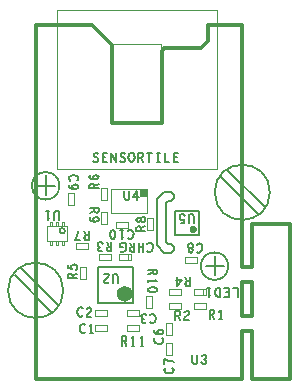
<source format=gbr>
G04 ================== begin FILE IDENTIFICATION RECORD ==================*
G04 Layout Name:  STEVAL-STLCR01V1.brd*
G04 Film Name:    STEVAL-STLCR01V1-14AST.GBR*
G04 File Format:  Gerber RS274X*
G04 File Origin:  Cadence Allegro 16.5-P002*
G04 Origin Date:  Wed May 18 11:18:33 2016*
G04 *
G04 Layer:  REF DES/ASSEMBLY_TOP*
G04 Layer:  PACKAGE GEOMETRY/ASSEMBLY_TOP*
G04 Layer:  BOARD GEOMETRY/TOOLING_CORNERS*
G04 *
G04 Offset:    (0.0000 0.0000)*
G04 Mirror:    No*
G04 Mode:      Positive*
G04 Rotation:  0*
G04 FullContactRelief:  No*
G04 UndefLineWidth:     0.1000*
G04 ================== end FILE IDENTIFICATION RECORD ====================*
%FSLAX25Y25*MOMM*%
%IR0*IPPOS*OFA0.00000B0.00000*MIA0B0*SFA1.00000B1.00000*%
%ADD10C,.1*%
%ADD11C,.2*%
%ADD12C,.3*%
%ADD13C,.15*%
%ADD14C,.1016*%
%ADD15C,.1524*%
G75*
%LPD*%
G75*
G36*
G01X822080Y720000D02*
G03I-67080J0D01*
G37*
G36*
G01X940000Y1605000D02*
X880000D01*
Y1540000D01*
X940000D01*
Y1605000D01*
G37*
G36*
G01X1366300Y1265000D02*
G03I-31300J0D01*
G37*
G54D10*
G01X785000Y1005000D02*
Y1055000D01*
G01X1415000Y710000D02*
Y760000D01*
G01X640000Y1605000D02*
Y1405000D01*
X940000D01*
Y1605000D01*
X640000D01*
G01X655000Y2835000D02*
X1065000D01*
Y2170000D01*
X655000D01*
Y2835000D01*
G01X185000Y1775000D02*
Y3125000D01*
X1535000D01*
Y1775000D01*
X185000D01*
G54D11*
G01X1150000Y1580000D02*
X1090000D01*
X1030000Y1520000D01*
Y1130000D01*
X1090000Y1070000D01*
X1150000D01*
X1170000Y1090000D01*
Y1120000D01*
X1150000Y1140000D01*
X1120000D01*
X1100000Y1160000D01*
Y1490000D01*
X1120000Y1510000D01*
X1150000D01*
X1170000Y1530000D01*
Y1560000D01*
X1150000Y1580000D01*
G54D12*
G01X0Y0D02*
X1750000D01*
Y410000D01*
X1830000D01*
Y0D01*
X2150000D01*
Y1310000D01*
X1830000D01*
Y950000D01*
X1750000D01*
Y3000000D01*
X1460000D01*
Y2860000D01*
X1400000Y2800000D01*
X1090000D01*
X1070000Y2780000D01*
Y2170000D01*
X650000D01*
Y2830000D01*
X480000Y3000000D01*
X0D01*
Y0D01*
G01X1830000Y530000D02*
X1750000D01*
Y820000D01*
X1830000D01*
Y530000D01*
G54D13*
G01X1180000Y1420000D02*
Y1220000D01*
G01X1380000D02*
Y1420000D01*
G01X1180000Y1220000D02*
X1380000D01*
G01Y1420000D02*
X1180000D01*
G54D14*
G01X140000Y1295000D02*
Y1325000D01*
X120000D01*
Y1295000D01*
G01Y1165000D02*
Y1135000D01*
X140000D01*
Y1165000D01*
G01X265000Y1295000D02*
Y1165000D01*
X95000D01*
Y1295000D01*
X265000D01*
G01X774200Y404600D02*
Y455400D01*
X875800D01*
Y404600D01*
X774200D01*
G01X504200Y409600D02*
Y460400D01*
X605800D01*
Y409600D01*
X504200D01*
G01Y529600D02*
Y580400D01*
X605800D01*
Y529600D01*
X504200D01*
G01X875800Y580400D02*
Y529600D01*
X774200D01*
Y580400D01*
X875800D01*
G01X430400Y849200D02*
X379600D01*
Y950800D01*
X430400D01*
Y849200D01*
G01X445800Y1150400D02*
Y1099600D01*
X344200D01*
Y1150400D01*
X445800D01*
G01X780100Y1331200D02*
Y1280400D01*
X678500D01*
Y1331200D01*
X780100D01*
G01X810800Y1055400D02*
Y1004600D01*
X709200D01*
Y1055400D01*
X810800D01*
G01X600400Y1519200D02*
X549600D01*
Y1620800D01*
X600400D01*
Y1519200D01*
G01X549600Y1410800D02*
X600400D01*
Y1309200D01*
X549600D01*
Y1410800D01*
G01X274600Y1575800D02*
X325400D01*
Y1474200D01*
X274600D01*
Y1575800D01*
G01X190000Y1295000D02*
Y1325000D01*
X170000D01*
Y1295000D01*
G01X240000D02*
Y1325000D01*
X220000D01*
Y1295000D01*
G01Y1160000D02*
Y1130000D01*
X240000D01*
Y1160000D01*
G01X170000Y1165000D02*
Y1135000D01*
X190000D01*
Y1165000D01*
G01X635800Y1055400D02*
Y1004600D01*
X534200D01*
Y1055400D01*
X635800D01*
G01X934600Y700800D02*
X985400D01*
Y599200D01*
X934600D01*
Y700800D01*
G01X1155400Y199200D02*
X1104600D01*
Y300800D01*
X1155400D01*
Y199200D01*
G01X1104600Y470800D02*
X1155400D01*
Y369200D01*
X1104600D01*
Y470800D01*
G01X1440800Y760400D02*
Y709600D01*
X1339200D01*
Y760400D01*
X1440800D01*
G01X1230800D02*
Y709600D01*
X1129200D01*
Y760400D01*
X1230800D01*
G01X1129200Y589600D02*
Y640400D01*
X1230800D01*
Y589600D01*
X1129200D01*
G01X1339200D02*
Y640400D01*
X1440800D01*
Y589600D01*
X1339200D01*
G01X943200Y1360800D02*
X994000D01*
Y1259200D01*
X943200D01*
Y1360800D01*
G01X1370800Y1035400D02*
Y984600D01*
X1269200D01*
Y1035400D01*
X1370800D01*
G54D15*
G01X233490Y750000D02*
G03I-233490J0D01*
G01X-127000Y940500D02*
X190500Y623000D01*
G01X139700Y559500D02*
X-177800Y877000D01*
G01X199130Y1346660D02*
Y1403090D01*
X195240Y1414900D01*
X187450Y1422780D01*
X177710Y1425400D01*
X167970Y1422780D01*
X160180Y1414900D01*
X156290Y1403090D01*
Y1346660D01*
G01X102290Y1425400D02*
Y1346660D01*
X113970Y1362410D01*
G01Y1425400D02*
X90610D01*
G01X8800Y1635000D02*
X161200D01*
G01X85000Y1723900D02*
Y1558800D01*
G01X201840Y1635000D02*
G03I-116840J0D01*
G01X971290Y480920D02*
X977130Y476980D01*
X983950Y474360D01*
X991740D01*
X1000500Y478300D01*
X1007310Y484860D01*
X1012180Y492730D01*
X1016080Y505860D01*
X1017050Y517670D01*
X1015100Y529480D01*
X1012180Y537350D01*
X1006340Y545230D01*
X999530Y550480D01*
X992710Y553100D01*
X985890D01*
X979080Y550480D01*
X973240Y546540D01*
X968370Y541290D01*
G01X938710Y537350D02*
X932870Y546540D01*
X925080Y551790D01*
X916320Y553100D01*
X908530Y551790D01*
X900740Y545230D01*
X895870Y537350D01*
X894900Y529480D01*
X896840Y520290D01*
X903660Y513730D01*
X910470Y511100D01*
X919240D01*
G01X910470D02*
X904630Y507170D01*
X899760Y500610D01*
X897820Y492730D01*
X899760Y484860D01*
X904630Y478300D01*
X913400Y474360D01*
X922160Y475670D01*
X930920Y480920D01*
G01X730110Y281900D02*
Y360640D01*
X754450D01*
X762240Y356700D01*
X767110Y351450D01*
X769050Y340950D01*
X767110Y330460D01*
X761260Y323900D01*
X754450Y319960D01*
X730110D01*
G01X754450D02*
X769050Y281900D01*
G01X825000D02*
Y360640D01*
X813320Y344890D01*
G01Y281900D02*
X836680D01*
G01X900420D02*
Y360640D01*
X888740Y344890D01*
G01Y281900D02*
X912100D01*
G01X696830Y808960D02*
Y865390D01*
X692940Y877200D01*
X685150Y885080D01*
X675410Y887700D01*
X665670Y885080D01*
X657880Y877200D01*
X653990Y865390D01*
Y808960D01*
G01X618490Y822080D02*
X612650Y814210D01*
X605830Y810270D01*
X598040Y808960D01*
X588310Y811580D01*
X581490Y818150D01*
X579540Y826020D01*
X580520Y833900D01*
X584410Y840460D01*
X603880Y853580D01*
X612650Y862770D01*
X618490Y875890D01*
X620440Y887700D01*
X579540D01*
G01X398710Y599080D02*
X392870Y603020D01*
X386050Y605640D01*
X378260D01*
X369500Y601700D01*
X362690Y595140D01*
X357820Y587270D01*
X353920Y574140D01*
X352950Y562330D01*
X354900Y550520D01*
X357820Y542650D01*
X363660Y534770D01*
X370470Y529520D01*
X377290Y526900D01*
X384110D01*
X390920Y529520D01*
X396760Y533460D01*
X401630Y538710D01*
G01X434210Y592520D02*
X440050Y600390D01*
X446870Y604330D01*
X454660Y605640D01*
X464390Y603020D01*
X471210Y596450D01*
X473160Y588580D01*
X472180Y580700D01*
X468290Y574140D01*
X448820Y561020D01*
X440050Y551830D01*
X434210Y538710D01*
X432260Y526900D01*
X473160D01*
G01X418710Y459080D02*
X412870Y463020D01*
X406050Y465640D01*
X398260D01*
X389500Y461700D01*
X382690Y455140D01*
X377820Y447270D01*
X373920Y434140D01*
X372950Y422330D01*
X374900Y410520D01*
X377820Y402650D01*
X383660Y394770D01*
X390470Y389520D01*
X397290Y386900D01*
X404110D01*
X410920Y389520D01*
X416760Y393460D01*
X421630Y398710D01*
G01X472710Y386900D02*
Y465640D01*
X461030Y449890D01*
G01Y386900D02*
X484390D01*
G01X353100Y852820D02*
X274360D01*
Y877160D01*
X278300Y884950D01*
X283550Y889820D01*
X294050Y891760D01*
X304540Y889820D01*
X311100Y883970D01*
X315040Y877160D01*
Y852820D01*
G01Y877160D02*
X353100Y891760D01*
G01X341290Y926290D02*
X347850Y932130D01*
X351790Y938950D01*
X353100Y947710D01*
X350480Y956470D01*
X345230Y963290D01*
X336040Y968160D01*
X325540Y969130D01*
X315040Y967180D01*
X308480Y962310D01*
X303230Y955500D01*
X301920Y948680D01*
X303230Y941870D01*
X308480Y933110D01*
X274360Y936030D01*
Y962310D01*
G01X825000Y945000D02*
X525000D01*
Y645000D01*
X825000D01*
Y945000D01*
G01X750870Y1593740D02*
Y1537310D01*
X754760Y1525500D01*
X762550Y1517620D01*
X772290Y1515000D01*
X782030Y1517620D01*
X789820Y1525500D01*
X793710Y1537310D01*
Y1593740D01*
G01X859390Y1515000D02*
Y1593740D01*
X823370Y1537310D01*
X872050D01*
G01X930500Y1252820D02*
X851760D01*
Y1277160D01*
X855700Y1284950D01*
X860950Y1289820D01*
X871450Y1291760D01*
X881940Y1289820D01*
X888500Y1283970D01*
X892440Y1277160D01*
Y1252820D01*
G01Y1277160D02*
X930500Y1291760D01*
G01Y1347710D02*
X929190Y1354530D01*
X925250Y1362310D01*
X918690Y1367180D01*
X909500Y1369130D01*
X900320Y1367180D01*
X892440Y1361340D01*
X888500Y1352580D01*
Y1342840D01*
X885880Y1337000D01*
X879320Y1332130D01*
X870130Y1330180D01*
X860950Y1333110D01*
X854380Y1339920D01*
X851760Y1347710D01*
X854380Y1355500D01*
X860950Y1362310D01*
X870130Y1365240D01*
X879320Y1363290D01*
X885880Y1358420D01*
X888500Y1352580D01*
Y1342840D01*
X892440Y1334080D01*
X900320Y1328240D01*
X909500Y1326290D01*
X918690Y1328240D01*
X925250Y1333110D01*
X929190Y1340890D01*
X930500Y1347710D01*
G01X783300Y1191720D02*
X789140Y1187780D01*
X795960Y1185160D01*
X803750D01*
X812510Y1189100D01*
X819320Y1195660D01*
X824190Y1203530D01*
X828090Y1216660D01*
X829060Y1228470D01*
X827110Y1240280D01*
X824190Y1248150D01*
X818350Y1256030D01*
X811540Y1261280D01*
X804720Y1263900D01*
X797900D01*
X791090Y1261280D01*
X785250Y1257340D01*
X780380Y1252090D01*
G01X729300Y1263900D02*
Y1185160D01*
X740980Y1200910D01*
G01Y1263900D02*
X717620D01*
G01X653880Y1185160D02*
X661670Y1187780D01*
X667510Y1194350D01*
X671410Y1202220D01*
X674330Y1212720D01*
X675300Y1224530D01*
X674330Y1236340D01*
X671410Y1246840D01*
X667510Y1254720D01*
X661670Y1261280D01*
X653880Y1263900D01*
X646090Y1261280D01*
X640250Y1254720D01*
X636350Y1246840D01*
X633430Y1236340D01*
X632460Y1224530D01*
X633430Y1212720D01*
X636350Y1202220D01*
X640250Y1194350D01*
X646090Y1187780D01*
X653880Y1185160D01*
G01X456900Y1447180D02*
X535640D01*
Y1422840D01*
X531700Y1415050D01*
X526450Y1410180D01*
X515950Y1408240D01*
X505460Y1410180D01*
X498900Y1416030D01*
X494960Y1422840D01*
Y1447180D01*
G01Y1422840D02*
X456900Y1408240D01*
G01X466080Y1368840D02*
X459520Y1362030D01*
X456900Y1354240D01*
X459520Y1346450D01*
X467400Y1339630D01*
X479210Y1334760D01*
X491020Y1332820D01*
X505460D01*
X517270Y1334760D01*
X527770Y1339630D01*
X533020Y1345470D01*
X535640Y1352290D01*
X533020Y1360080D01*
X527770Y1365920D01*
X519890Y1369820D01*
X509390Y1371760D01*
X500210Y1369820D01*
X491020Y1364950D01*
X485770Y1359110D01*
X484460Y1352290D01*
X487080Y1344500D01*
X493640Y1338660D01*
X505460Y1332820D01*
G01X354080Y1681290D02*
X358020Y1687130D01*
X360640Y1693950D01*
Y1701740D01*
X356700Y1710500D01*
X350140Y1717310D01*
X342270Y1722180D01*
X329140Y1726080D01*
X317330Y1727050D01*
X305520Y1725100D01*
X297650Y1722180D01*
X289770Y1716340D01*
X284520Y1709530D01*
X281900Y1702710D01*
Y1695890D01*
X284520Y1689080D01*
X288460Y1683240D01*
X293710Y1678370D01*
G01X291080Y1643840D02*
X284520Y1637030D01*
X281900Y1629240D01*
X284520Y1621450D01*
X292400Y1614630D01*
X304210Y1609760D01*
X316020Y1607820D01*
X330460D01*
X342270Y1609760D01*
X352770Y1614630D01*
X358020Y1620470D01*
X360640Y1627290D01*
X358020Y1635080D01*
X352770Y1640920D01*
X344890Y1644820D01*
X334390Y1646760D01*
X325210Y1644820D01*
X316020Y1639950D01*
X310770Y1634110D01*
X309460Y1627290D01*
X312080Y1619500D01*
X318640Y1613660D01*
X330460Y1607820D01*
G01X533100Y1612820D02*
X454360D01*
Y1637160D01*
X458300Y1644950D01*
X463550Y1649820D01*
X474050Y1651760D01*
X484540Y1649820D01*
X491100Y1643970D01*
X495040Y1637160D01*
Y1612820D01*
G01Y1637160D02*
X533100Y1651760D01*
G01X500290Y1689210D02*
X491100Y1696030D01*
X485860Y1701870D01*
X483230Y1709660D01*
X485860Y1716470D01*
X491100Y1721340D01*
X498980Y1725240D01*
X508170Y1726210D01*
X516040Y1725240D01*
X523920Y1721340D01*
X530480Y1715500D01*
X533100Y1708680D01*
X530480Y1700890D01*
X522600Y1694080D01*
X510790Y1690180D01*
X497670Y1689210D01*
X480610Y1691160D01*
X471420Y1694080D01*
X462230Y1698950D01*
X455670Y1705760D01*
X454360Y1712580D01*
X456980Y1719390D01*
X463550Y1724260D01*
G01X452180Y1253100D02*
Y1174360D01*
X427840D01*
X420050Y1178300D01*
X415180Y1183550D01*
X413240Y1194050D01*
X415180Y1204540D01*
X421030Y1211100D01*
X427840Y1215040D01*
X452180D01*
G01X427840D02*
X413240Y1253100D01*
G01X359240D02*
X357290Y1236040D01*
X354370Y1221610D01*
X350470Y1208480D01*
X345610Y1194050D01*
X337820Y1174360D01*
X376760D01*
G01X642180Y1158100D02*
Y1079360D01*
X617840D01*
X610050Y1083300D01*
X605180Y1088550D01*
X603240Y1099050D01*
X605180Y1109540D01*
X611030Y1116100D01*
X617840Y1120040D01*
X642180D01*
G01X617840D02*
X603240Y1158100D01*
G01X568710Y1142350D02*
X562870Y1151540D01*
X555080Y1156790D01*
X546320Y1158100D01*
X538530Y1156790D01*
X530740Y1150230D01*
X525870Y1142350D01*
X524900Y1134480D01*
X526840Y1125290D01*
X533660Y1118730D01*
X540470Y1116100D01*
X549240D01*
G01X540470D02*
X534630Y1112170D01*
X529760Y1105610D01*
X527820Y1097730D01*
X529760Y1089860D01*
X534630Y1083300D01*
X543400Y1079360D01*
X552160Y1080670D01*
X560920Y1085920D01*
G01X946710Y1082820D02*
X952550Y1078880D01*
X959370Y1076260D01*
X967160D01*
X975920Y1080200D01*
X982730Y1086760D01*
X987600Y1094630D01*
X991500Y1107760D01*
X992470Y1119570D01*
X990520Y1131380D01*
X987600Y1139250D01*
X981760Y1147130D01*
X974950Y1152380D01*
X968130Y1155000D01*
X961310D01*
X954500Y1152380D01*
X948660Y1148440D01*
X943790Y1143190D01*
G01X913160Y1155000D02*
Y1076260D01*
G01X872260D02*
Y1155000D01*
G01Y1115630D02*
X913160D01*
G01X836760Y1155000D02*
Y1076260D01*
X812420D01*
X804630Y1080200D01*
X799760Y1085450D01*
X797820Y1095950D01*
X799760Y1106440D01*
X805610Y1113000D01*
X812420Y1116940D01*
X836760D01*
G01X812420D02*
X797820Y1155000D01*
G01X736030Y1115630D02*
X716550D01*
Y1139250D01*
X722400Y1147130D01*
X729210Y1152380D01*
X738950Y1155000D01*
X748690Y1152380D01*
X755500Y1147130D01*
X761340Y1139250D01*
X765240Y1130070D01*
X767190Y1119570D01*
Y1110380D01*
X765240Y1102510D01*
X761340Y1093320D01*
X755500Y1085450D01*
X749660Y1080200D01*
X741870Y1076260D01*
X735050D01*
X727270Y1078880D01*
X721420Y1084130D01*
G01X248400Y1254700D02*
G03I-22900J0D01*
G01X490160Y1847000D02*
X497950Y1840440D01*
X506720Y1836500D01*
X514500D01*
X522290Y1840440D01*
X528140Y1847000D01*
X531060Y1856190D01*
X529110Y1865370D01*
X524240Y1873240D01*
X515480Y1878500D01*
X503790Y1881120D01*
X496980Y1886370D01*
X494060Y1895550D01*
X496010Y1904740D01*
X500870Y1911300D01*
X507690Y1915240D01*
X514500D01*
X521320Y1912620D01*
X527160Y1906050D01*
G01X605500Y1836500D02*
X566560D01*
Y1915240D01*
X605500D01*
G01X589920Y1877180D02*
X566560D01*
G01X639060Y1836500D02*
Y1915240D01*
X683840Y1836500D01*
Y1915240D01*
G01X716420Y1847000D02*
X724210Y1840440D01*
X732980Y1836500D01*
X740760D01*
X748550Y1840440D01*
X754400Y1847000D01*
X757320Y1856190D01*
X755370Y1865370D01*
X750500Y1873240D01*
X741740Y1878500D01*
X730050Y1881120D01*
X723240Y1886370D01*
X720320Y1895550D01*
X722270Y1904740D01*
X727130Y1911300D01*
X733950Y1915240D01*
X740760D01*
X747580Y1912620D01*
X753420Y1906050D01*
G01X812290Y1836500D02*
X804500Y1837810D01*
X797690Y1843060D01*
X791840Y1850930D01*
X787950Y1860120D01*
X786000Y1870620D01*
Y1881120D01*
X787950Y1891620D01*
X791840Y1900810D01*
X797690Y1908680D01*
X804500Y1913930D01*
X812290Y1915240D01*
X820080Y1913930D01*
X826890Y1908680D01*
X832740Y1900810D01*
X836630Y1891620D01*
X838580Y1881120D01*
Y1870620D01*
X836630Y1860120D01*
X832740Y1850930D01*
X826890Y1843060D01*
X820080Y1837810D01*
X812290Y1836500D01*
G01X868240D02*
Y1915240D01*
X892580D01*
X900370Y1911300D01*
X905240Y1906050D01*
X907180Y1895550D01*
X905240Y1885060D01*
X899390Y1878500D01*
X892580Y1874560D01*
X868240D01*
G01X892580D02*
X907180Y1836500D01*
G01X963130Y1915240D02*
Y1836500D01*
G01X940740Y1915240D02*
X985520D01*
G01X1026870D02*
X1050230D01*
G01X1038550D02*
Y1836500D01*
G01X1026870D02*
X1050230D01*
G01X1094500Y1915240D02*
Y1836500D01*
X1133440D01*
G01X1208860D02*
X1169920D01*
Y1915240D01*
X1208860D01*
G01X1193280Y1877180D02*
X1169920D01*
G01X1095920Y93710D02*
X1091980Y87870D01*
X1089360Y81050D01*
Y73260D01*
X1093300Y64500D01*
X1099860Y57690D01*
X1107730Y52820D01*
X1120860Y48920D01*
X1132670Y47950D01*
X1144480Y49900D01*
X1152350Y52820D01*
X1160230Y58660D01*
X1165480Y65470D01*
X1168100Y72290D01*
Y79110D01*
X1165480Y85920D01*
X1161540Y91760D01*
X1156290Y96630D01*
G01X1168100Y145760D02*
X1151040Y147710D01*
X1136610Y150630D01*
X1123480Y154530D01*
X1109050Y159390D01*
X1089360Y167180D01*
Y128240D01*
G01X1327790Y203740D02*
Y147310D01*
X1331680Y135500D01*
X1339470Y127620D01*
X1349210Y125000D01*
X1358950Y127620D01*
X1366740Y135500D01*
X1370630Y147310D01*
Y203740D01*
G01X1403210Y140750D02*
X1409050Y131560D01*
X1416840Y126310D01*
X1425600Y125000D01*
X1433390Y126310D01*
X1441180Y132870D01*
X1446050Y140750D01*
X1447020Y148620D01*
X1445080Y157810D01*
X1438260Y164370D01*
X1431450Y167000D01*
X1422680D01*
G01X1431450D02*
X1437290Y170930D01*
X1442160Y177490D01*
X1444100Y185370D01*
X1442160Y193240D01*
X1437290Y199800D01*
X1428520Y203740D01*
X1419760Y202430D01*
X1411000Y197180D01*
G01X1307180Y863100D02*
Y784360D01*
X1282840D01*
X1275050Y788300D01*
X1270180Y793550D01*
X1268240Y804050D01*
X1270180Y814540D01*
X1276030Y821100D01*
X1282840Y825040D01*
X1307180D01*
G01X1282840D02*
X1268240Y863100D01*
G01X1200610D02*
Y784360D01*
X1236630Y840790D01*
X1187950D01*
G01X1712600Y694360D02*
Y773100D01*
X1673660D01*
G01X1598240D02*
X1637180D01*
Y694360D01*
X1598240D01*
G01X1613820Y732420D02*
X1637180D01*
G01X1563710Y773100D02*
Y694360D01*
X1544240D01*
X1536450Y698300D01*
X1530610Y703550D01*
X1525740Y711420D01*
X1521840Y720610D01*
X1520870Y733730D01*
X1521840Y746850D01*
X1525740Y756040D01*
X1530610Y763920D01*
X1536450Y769160D01*
X1544240Y773100D01*
X1563710D01*
G01X1466870D02*
Y694360D01*
X1478550Y710110D01*
G01Y773100D02*
X1455190D01*
G01X1472820Y506900D02*
Y585640D01*
X1497160D01*
X1504950Y581700D01*
X1509820Y576450D01*
X1511760Y565950D01*
X1509820Y555460D01*
X1503970Y548900D01*
X1497160Y544960D01*
X1472820D01*
G01X1497160D02*
X1511760Y506900D01*
G01X1567710D02*
Y585640D01*
X1556030Y569890D01*
G01Y506900D02*
X1579390D01*
G01X1182820Y496900D02*
Y575640D01*
X1207160D01*
X1214950Y571700D01*
X1219820Y566450D01*
X1221760Y555950D01*
X1219820Y545460D01*
X1213970Y538900D01*
X1207160Y534960D01*
X1182820D01*
G01X1207160D02*
X1221760Y496900D01*
G01X1259210Y562520D02*
X1265050Y570390D01*
X1271870Y574330D01*
X1279660Y575640D01*
X1289390Y573020D01*
X1296210Y566450D01*
X1298160Y558580D01*
X1297180Y550700D01*
X1293290Y544140D01*
X1273820Y531020D01*
X1265050Y521830D01*
X1259210Y508710D01*
X1257260Y496900D01*
X1298160D01*
G01X1009720Y343710D02*
X1005780Y337870D01*
X1003160Y331050D01*
Y323260D01*
X1007100Y314500D01*
X1013660Y307690D01*
X1021530Y302820D01*
X1034660Y298920D01*
X1046470Y297950D01*
X1058280Y299900D01*
X1066150Y302820D01*
X1074030Y308660D01*
X1079280Y315470D01*
X1081900Y322290D01*
Y329110D01*
X1079280Y335920D01*
X1075340Y341760D01*
X1070090Y346630D01*
G01X1049090Y379210D02*
X1039900Y386030D01*
X1034660Y391870D01*
X1032030Y399660D01*
X1034660Y406470D01*
X1039900Y411340D01*
X1047780Y415240D01*
X1056970Y416210D01*
X1064840Y415240D01*
X1072720Y411340D01*
X1079280Y405500D01*
X1081900Y398680D01*
X1079280Y390890D01*
X1071400Y384080D01*
X1059590Y380180D01*
X1046470Y379210D01*
X1029410Y381160D01*
X1020220Y384080D01*
X1011030Y388950D01*
X1004470Y395760D01*
X1003160Y402580D01*
X1005780Y409390D01*
X1012350Y414260D01*
G01X951900Y924890D02*
X1030640D01*
Y900550D01*
X1026700Y892760D01*
X1021450Y887890D01*
X1010950Y885950D01*
X1000460Y887890D01*
X993900Y893740D01*
X989960Y900550D01*
Y924890D01*
G01Y900550D02*
X951900Y885950D01*
G01Y830000D02*
X1030640D01*
X1014890Y841680D01*
G01X951900D02*
Y818320D01*
G01X1030640Y754580D02*
X1028020Y762370D01*
X1021450Y768210D01*
X1013580Y772110D01*
X1003080Y775030D01*
X991270Y776000D01*
X979460Y775030D01*
X968960Y772110D01*
X961080Y768210D01*
X954520Y762370D01*
X951900Y754580D01*
X954520Y746790D01*
X961080Y740950D01*
X968960Y737050D01*
X979460Y734130D01*
X991270Y733160D01*
X1003080Y734130D01*
X1013580Y737050D01*
X1021450Y740950D01*
X1028020Y746790D01*
X1030640Y754580D01*
G01X1515000Y1043900D02*
Y878800D01*
G01X1631840Y955000D02*
G03I-116840J0D01*
G01X1983490Y1580000D02*
G03I-233490J0D01*
G01X1889700Y1389500D02*
X1572200Y1707000D01*
G01X1339130Y1316260D02*
Y1372690D01*
X1335240Y1384500D01*
X1327450Y1392380D01*
X1317710Y1395000D01*
X1307970Y1392380D01*
X1300180Y1384500D01*
X1296290Y1372690D01*
Y1316260D01*
G01X1263710Y1383190D02*
X1257870Y1389750D01*
X1251050Y1393690D01*
X1242290Y1395000D01*
X1233530Y1392380D01*
X1226710Y1387130D01*
X1221840Y1377940D01*
X1220870Y1367440D01*
X1222820Y1356940D01*
X1227690Y1350380D01*
X1234500Y1345130D01*
X1241320Y1343820D01*
X1248130Y1345130D01*
X1256890Y1350380D01*
X1253970Y1316260D01*
X1227690D01*
G01X1366290Y1075920D02*
X1372130Y1071980D01*
X1378950Y1069360D01*
X1386740D01*
X1395500Y1073300D01*
X1402310Y1079860D01*
X1407180Y1087730D01*
X1411080Y1100860D01*
X1412050Y1112670D01*
X1410100Y1124480D01*
X1407180Y1132350D01*
X1401340Y1140230D01*
X1394530Y1145480D01*
X1387710Y1148100D01*
X1380890D01*
X1374080Y1145480D01*
X1368240Y1141540D01*
X1363370Y1136290D01*
G01X1312290Y1148100D02*
X1305470Y1146790D01*
X1297690Y1142850D01*
X1292820Y1136290D01*
X1290870Y1127100D01*
X1292820Y1117920D01*
X1298660Y1110040D01*
X1307420Y1106100D01*
X1317160D01*
X1323000Y1103480D01*
X1327870Y1096920D01*
X1329820Y1087730D01*
X1326890Y1078550D01*
X1320080Y1071980D01*
X1312290Y1069360D01*
X1304500Y1071980D01*
X1297690Y1078550D01*
X1294760Y1087730D01*
X1296710Y1096920D01*
X1301580Y1103480D01*
X1307420Y1106100D01*
X1317160D01*
X1325920Y1110040D01*
X1331760Y1117920D01*
X1333710Y1127100D01*
X1331760Y1136290D01*
X1326890Y1142850D01*
X1319110Y1146790D01*
X1312290Y1148100D01*
G01X1438800Y955000D02*
X1591200D01*
G01X1623000Y1770500D02*
X1940500Y1453000D01*
M02*

</source>
